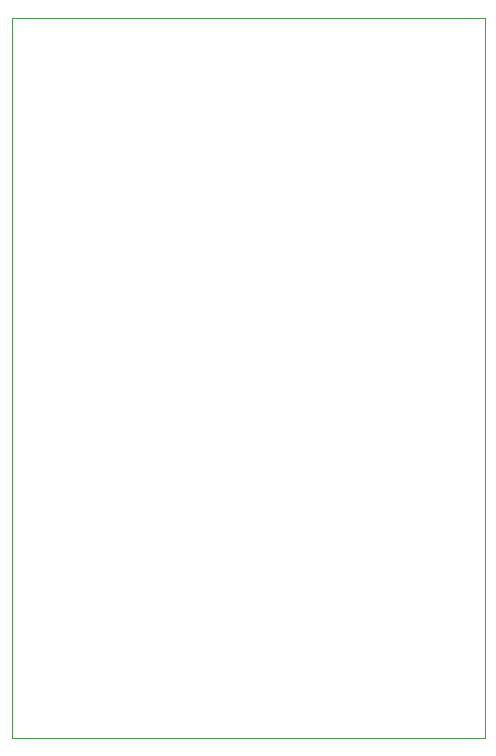
<source format=gm1>
G04 #@! TF.GenerationSoftware,KiCad,Pcbnew,9.0.1+1*
G04 #@! TF.CreationDate,2025-11-11T14:39:54+00:00*
G04 #@! TF.ProjectId,mppt-charge,6d707074-2d63-4686-9172-67652e6b6963,0.2*
G04 #@! TF.SameCoordinates,Original*
G04 #@! TF.FileFunction,Profile,NP*
%FSLAX46Y46*%
G04 Gerber Fmt 4.6, Leading zero omitted, Abs format (unit mm)*
G04 Created by KiCad (PCBNEW 9.0.1+1) date 2025-11-11 14:39:54*
%MOMM*%
%LPD*%
G01*
G04 APERTURE LIST*
G04 #@! TA.AperFunction,Profile*
%ADD10C,0.050000*%
G04 #@! TD*
G04 APERTURE END LIST*
D10*
X91000000Y-68660000D02*
X91000000Y-129620000D01*
X91000000Y-68660000D02*
X131000000Y-68660000D01*
X91000000Y-129620000D02*
X131000000Y-129620000D01*
X131000000Y-68660000D02*
X131000000Y-129620000D01*
M02*

</source>
